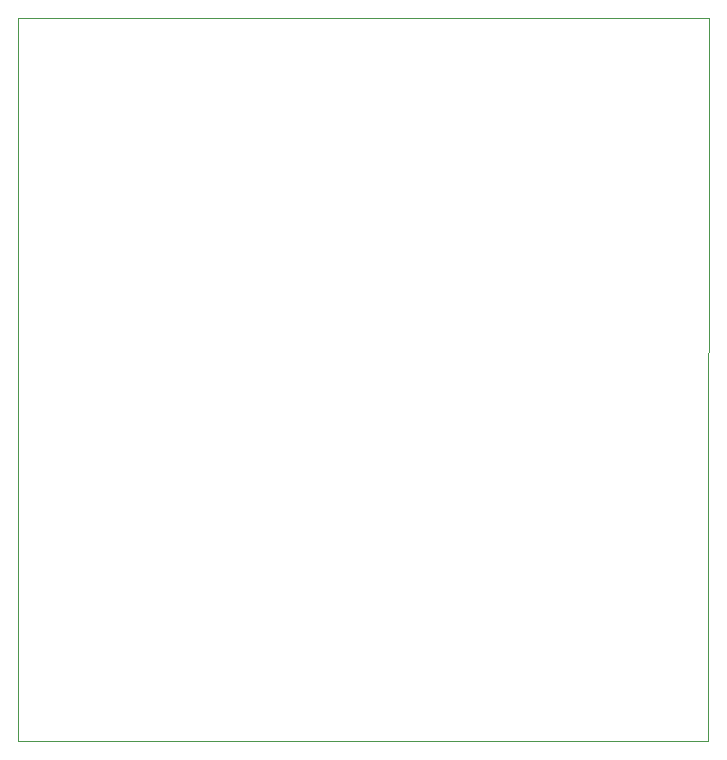
<source format=gbr>
%TF.GenerationSoftware,KiCad,Pcbnew,(5.1.7)-1*%
%TF.CreationDate,2020-11-25T11:44:14-08:00*%
%TF.ProjectId,esp32_sensor,65737033-325f-4736-956e-736f722e6b69,v0.0.3b*%
%TF.SameCoordinates,Original*%
%TF.FileFunction,Profile,NP*%
%FSLAX46Y46*%
G04 Gerber Fmt 4.6, Leading zero omitted, Abs format (unit mm)*
G04 Created by KiCad (PCBNEW (5.1.7)-1) date 2020-11-25 11:44:14*
%MOMM*%
%LPD*%
G01*
G04 APERTURE LIST*
%TA.AperFunction,Profile*%
%ADD10C,0.100000*%
%TD*%
G04 APERTURE END LIST*
D10*
X141478000Y-68580000D02*
X141351000Y-125730000D01*
X82931000Y-68580000D02*
X141478000Y-68580000D01*
X82931000Y-129794000D02*
X82931000Y-68580000D01*
X141351000Y-129794000D02*
X82931000Y-129794000D01*
X141351000Y-125730000D02*
X141351000Y-129794000D01*
M02*

</source>
